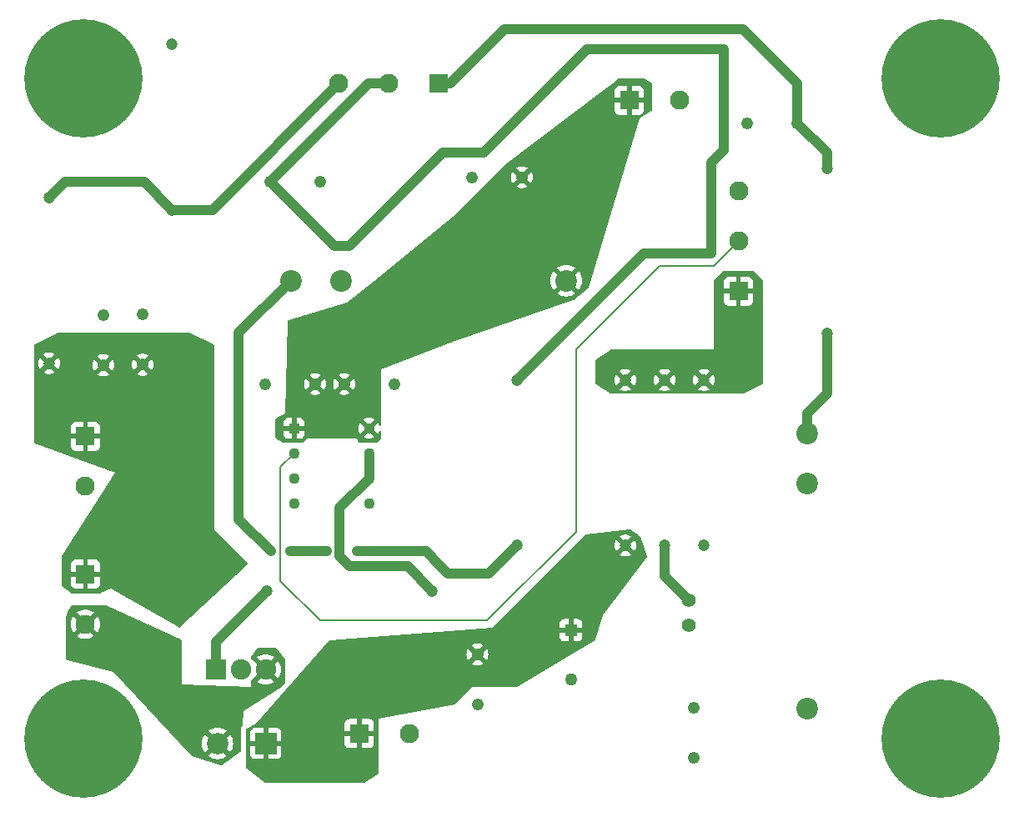
<source format=gbr>
%TF.GenerationSoftware,KiCad,Pcbnew,8.0.2-8.0.2-0~ubuntu22.04.1*%
%TF.CreationDate,2024-05-18T21:09:39+02:00*%
%TF.ProjectId,dc-to-dc-buck-converter,64632d74-6f2d-4646-932d-6275636b2d63,rev?*%
%TF.SameCoordinates,Original*%
%TF.FileFunction,Copper,L1,Top*%
%TF.FilePolarity,Positive*%
%FSLAX46Y46*%
G04 Gerber Fmt 4.6, Leading zero omitted, Abs format (unit mm)*
G04 Created by KiCad (PCBNEW 8.0.2-8.0.2-0~ubuntu22.04.1) date 2024-05-18 21:09:39*
%MOMM*%
%LPD*%
G01*
G04 APERTURE LIST*
%TA.AperFunction,ComponentPad*%
%ADD10C,2.200000*%
%TD*%
%TA.AperFunction,ComponentPad*%
%ADD11R,1.108000X1.108000*%
%TD*%
%TA.AperFunction,ComponentPad*%
%ADD12C,1.108000*%
%TD*%
%TA.AperFunction,ComponentPad*%
%ADD13C,1.210000*%
%TD*%
%TA.AperFunction,ComponentPad*%
%ADD14R,1.950000X1.950000*%
%TD*%
%TA.AperFunction,ComponentPad*%
%ADD15C,1.950000*%
%TD*%
%TA.AperFunction,ComponentPad*%
%ADD16C,1.200000*%
%TD*%
%TA.AperFunction,ComponentPad*%
%ADD17R,2.175000X2.175000*%
%TD*%
%TA.AperFunction,ComponentPad*%
%ADD18C,2.175000*%
%TD*%
%TA.AperFunction,ComponentPad*%
%ADD19R,1.275000X1.275000*%
%TD*%
%TA.AperFunction,ComponentPad*%
%ADD20C,1.275000*%
%TD*%
%TA.AperFunction,ComponentPad*%
%ADD21R,2.070000X2.070000*%
%TD*%
%TA.AperFunction,ComponentPad*%
%ADD22C,2.070000*%
%TD*%
%TA.AperFunction,ComponentPad*%
%ADD23C,0.900000*%
%TD*%
%TA.AperFunction,ComponentPad*%
%ADD24C,12.000000*%
%TD*%
%TA.AperFunction,ComponentPad*%
%ADD25C,1.416000*%
%TD*%
%TA.AperFunction,ViaPad*%
%ADD26C,1.000000*%
%TD*%
%TA.AperFunction,Conductor*%
%ADD27C,1.000000*%
%TD*%
%TA.AperFunction,Conductor*%
%ADD28C,0.200000*%
%TD*%
G04 APERTURE END LIST*
D10*
%TO.P,IC2,1,M*%
%TO.N,Net-(IC2-M)*%
X180000000Y-92560000D03*
%TO.P,IC2,2,NEG*%
%TO.N,GND*%
X180000000Y-97640000D03*
%TO.P,IC2,3,POS*%
%TO.N,Net-(IC1-POS)*%
X180000000Y-120500000D03*
%TD*%
D11*
%TO.P,IC3,1,V+_1*%
%TO.N,Net-(IC1-POS)*%
X127880000Y-92000000D03*
D12*
%TO.P,IC3,2,IN*%
%TO.N,Net-(IC3-IN)*%
X127880000Y-94540000D03*
%TO.P,IC3,3,NC*%
%TO.N,unconnected-(IC3-NC-Pad3)*%
X127880000Y-97080000D03*
%TO.P,IC3,4,GND_1*%
%TO.N,GND*%
X127880000Y-99620000D03*
%TO.P,IC3,5,GND_2*%
X135500000Y-99620000D03*
%TO.P,IC3,6,N_OUT*%
%TO.N,Net-(IC3-N_OUT)*%
X135500000Y-97080000D03*
%TO.P,IC3,7,P_OUT*%
X135500000Y-94540000D03*
%TO.P,IC3,8,V+_2*%
%TO.N,Net-(IC1-POS)*%
X135500000Y-92000000D03*
%TD*%
D13*
%TO.P,C3,1,1*%
%TO.N,Net-(C3-Pad1)*%
X125460000Y-67000000D03*
%TO.P,C3,2,2*%
%TO.N,GND*%
X130540000Y-67000000D03*
%TD*%
D14*
%TO.P,Jmc2,1,1*%
%TO.N,Net-(C6-Pad1)*%
X142580000Y-57000000D03*
D15*
%TO.P,Jmc2,2,2*%
%TO.N,Net-(C3-Pad1)*%
X137500000Y-57000000D03*
%TO.P,Jmc2,3,3*%
%TO.N,Net-(Jmc2-Pad3)*%
X132420000Y-57000000D03*
%TD*%
D16*
%TO.P,R4,1,1*%
%TO.N,Net-(C6-Pad1)*%
X182000000Y-65600000D03*
%TO.P,R4,2,2*%
%TO.N,Net-(IC2-M)*%
X182000000Y-82400000D03*
%TD*%
%TO.P,R5,1,1*%
%TO.N,Net-(IC3-N_OUT)*%
X141900000Y-108500000D03*
%TO.P,R5,2,2*%
%TO.N,Net-(U1-GATE)*%
X125100000Y-108500000D03*
%TD*%
D14*
%TO.P,J3,1,1*%
%TO.N,Net-(IC1-POS)*%
X161920000Y-58700000D03*
D15*
%TO.P,J3,2,2*%
%TO.N,GND*%
X167000000Y-58700000D03*
%TD*%
D14*
%TO.P,Jmc1,1,1*%
%TO.N,Net-(Jmc1-Pad1)*%
X173000000Y-78080000D03*
D15*
%TO.P,Jmc1,2,2*%
%TO.N,Net-(IC3-IN)*%
X173000000Y-73000000D03*
%TO.P,Jmc1,3,3*%
%TO.N,GND*%
X173000000Y-67920000D03*
%TD*%
D16*
%TO.P,R8,1,1*%
%TO.N,GND*%
X169500000Y-103900000D03*
%TO.P,R8,2,2*%
%TO.N,Net-(Jmc1-Pad1)*%
X169500000Y-87100000D03*
%TD*%
%TO.P,R3,1,1*%
%TO.N,Net-(C3-Pad1)*%
X150500000Y-87100000D03*
%TO.P,R3,2,2*%
%TO.N,Net-(IC1-M)*%
X150500000Y-103900000D03*
%TD*%
D17*
%TO.P,D1,1,K*%
%TO.N,Net-(C10-+)*%
X125000000Y-124000000D03*
D18*
%TO.P,D1,2,A*%
%TO.N,Net-(D1-A)*%
X120100000Y-124000000D03*
%TD*%
D14*
%TO.P,J4ind,1,1*%
%TO.N,Net-(C1-Pad2)*%
X106700000Y-106815000D03*
D15*
%TO.P,J4ind,2,2*%
%TO.N,Net-(D1-A)*%
X106700000Y-111895000D03*
%TD*%
D16*
%TO.P,R2,1,1*%
%TO.N,GND*%
X115500000Y-53000000D03*
%TO.P,R2,2,2*%
%TO.N,Net-(Jmc2-Pad3)*%
X115500000Y-69800000D03*
%TD*%
D13*
%TO.P,C4,1,1*%
%TO.N,Net-(IC1-POS)*%
X151000000Y-66500000D03*
%TO.P,C4,2,2*%
%TO.N,GND*%
X145920000Y-66500000D03*
%TD*%
D19*
%TO.P,C10,1,+*%
%TO.N,Net-(C10-+)*%
X156000000Y-112500000D03*
D20*
%TO.P,C10,2,-*%
%TO.N,GND*%
X156000000Y-117500000D03*
%TD*%
D13*
%TO.P,C7,1,1*%
%TO.N,GND*%
X124920000Y-87500000D03*
%TO.P,C7,2,2*%
%TO.N,Net-(IC1-POS)*%
X130000000Y-87500000D03*
%TD*%
D16*
%TO.P,R1,1,1*%
%TO.N,Net-(Jmc2-Pad3)*%
X103000000Y-68600000D03*
%TO.P,R1,2,2*%
%TO.N,Net-(C1-Pad2)*%
X103000000Y-85400000D03*
%TD*%
D21*
%TO.P,U1,1,GATE*%
%TO.N,Net-(U1-GATE)*%
X119920000Y-116500000D03*
D22*
%TO.P,U1,2,SOURCE*%
%TO.N,GND*%
X122460000Y-116500000D03*
%TO.P,U1,3,DRAIN*%
%TO.N,Net-(D1-A)*%
X125000000Y-116500000D03*
%TD*%
D16*
%TO.P,R6,1,1*%
%TO.N,Net-(Jmc1-Pad1)*%
X165500000Y-87100000D03*
%TO.P,R6,2,2*%
%TO.N,Net-(LED1-A)*%
X165500000Y-103900000D03*
%TD*%
D13*
%TO.P,C8,1,1*%
%TO.N,GND*%
X138040000Y-87500000D03*
%TO.P,C8,2,2*%
%TO.N,Net-(IC1-POS)*%
X132960000Y-87500000D03*
%TD*%
%TO.P,C2,1,1*%
%TO.N,GND*%
X112500000Y-80460000D03*
%TO.P,C2,2,2*%
%TO.N,Net-(C1-Pad2)*%
X112500000Y-85540000D03*
%TD*%
%TO.P,C1,1,1*%
%TO.N,GND*%
X108500000Y-80500000D03*
%TO.P,C1,2,2*%
%TO.N,Net-(C1-Pad2)*%
X108500000Y-85580000D03*
%TD*%
D14*
%TO.P,J5,1,1*%
%TO.N,Net-(C10-+)*%
X134500000Y-123000000D03*
D15*
%TO.P,J5,2,2*%
%TO.N,GND*%
X139580000Y-123000000D03*
%TD*%
D13*
%TO.P,C6,1,1*%
%TO.N,Net-(C6-Pad1)*%
X179000000Y-61000000D03*
%TO.P,C6,2,2*%
%TO.N,GND*%
X173920000Y-61000000D03*
%TD*%
D23*
%TO.P,3MH_6mm,1*%
%TO.N,N/C*%
X189000000Y-56500019D03*
X190318019Y-53318038D03*
X190318019Y-59682000D03*
X193500000Y-52000019D03*
D24*
X193500000Y-56500019D03*
D23*
X193500000Y-61000019D03*
X196681981Y-53318038D03*
X196681981Y-59682000D03*
X198000000Y-56500019D03*
%TD*%
D10*
%TO.P,IC1,1,M*%
%TO.N,Net-(IC1-M)*%
X127560000Y-77000000D03*
%TO.P,IC1,2,NEG*%
%TO.N,GND*%
X132640000Y-77000000D03*
%TO.P,IC1,3,POS*%
%TO.N,Net-(IC1-POS)*%
X155500000Y-77000000D03*
%TD*%
D23*
%TO.P,1MH_6mm,1*%
%TO.N,N/C*%
X102000000Y-56500019D03*
X103318019Y-53318038D03*
X103318019Y-59682000D03*
X106500000Y-52000019D03*
D24*
X106500000Y-56500019D03*
D23*
X106500000Y-61000019D03*
X109681981Y-53318038D03*
X109681981Y-59682000D03*
X111000000Y-56500019D03*
%TD*%
%TO.P,4MH_6mm,1*%
%TO.N,N/C*%
X189000000Y-123500019D03*
X190318019Y-120318038D03*
X190318019Y-126682000D03*
X193500000Y-119000019D03*
D24*
X193500000Y-123500019D03*
D23*
X193500000Y-128000019D03*
X196681981Y-120318038D03*
X196681981Y-126682000D03*
X198000000Y-123500019D03*
%TD*%
D16*
%TO.P,R7,1,1*%
%TO.N,Net-(Jmc1-Pad1)*%
X161500000Y-87100000D03*
%TO.P,R7,2,2*%
%TO.N,Net-(C10-+)*%
X161500000Y-103900000D03*
%TD*%
D25*
%TO.P,LED1,1,A*%
%TO.N,Net-(LED1-A)*%
X168000000Y-109500000D03*
%TO.P,LED1,2,K*%
%TO.N,GND*%
X168000000Y-112040000D03*
%TD*%
D14*
%TO.P,J2gen,1,1*%
%TO.N,Net-(C1-Pad2)*%
X106700000Y-92815000D03*
D15*
%TO.P,J2gen,2,2*%
%TO.N,GND*%
X106700000Y-97895000D03*
%TD*%
D13*
%TO.P,C5,1,1*%
%TO.N,Net-(IC1-POS)*%
X168500000Y-125500000D03*
%TO.P,C5,2,2*%
%TO.N,GND*%
X168500000Y-120420000D03*
%TD*%
%TO.P,C9,1,1*%
%TO.N,GND*%
X146500000Y-120040000D03*
%TO.P,C9,2,2*%
%TO.N,Net-(C10-+)*%
X146500000Y-114960000D03*
%TD*%
D23*
%TO.P,2MH_6mm,1*%
%TO.N,N/C*%
X102000000Y-123500019D03*
X103318019Y-120318038D03*
X103318019Y-126682000D03*
X106500000Y-119000019D03*
D24*
X106500000Y-123500019D03*
D23*
X106500000Y-128000019D03*
X109681981Y-120318038D03*
X109681981Y-126682000D03*
X111000000Y-123500019D03*
%TD*%
D26*
%TO.N,Net-(IC1-M)*%
X134250000Y-104500000D03*
X131250000Y-104500000D03*
X127500000Y-104500000D03*
X125500000Y-104500000D03*
%TD*%
D27*
%TO.N,Net-(Jmc2-Pad3)*%
X115500000Y-69800000D02*
X119620000Y-69800000D01*
X119620000Y-69800000D02*
X132420000Y-57000000D01*
X103000000Y-68600000D02*
X104600000Y-67000000D01*
X104600000Y-67000000D02*
X112700000Y-67000000D01*
X112700000Y-67000000D02*
X115500000Y-69800000D01*
%TO.N,Net-(C3-Pad1)*%
X125460000Y-67000000D02*
X135460000Y-57000000D01*
X135460000Y-57000000D02*
X137500000Y-57000000D01*
X150500000Y-87100000D02*
X163350000Y-74250000D01*
X171500000Y-63750000D02*
X171500000Y-53500000D01*
X163350000Y-74250000D02*
X170250000Y-74250000D01*
X170250000Y-74250000D02*
X170250000Y-65000000D01*
X147140136Y-64000000D02*
X143000000Y-64000000D01*
X170250000Y-65000000D02*
X171500000Y-63750000D01*
X171500000Y-53500000D02*
X157640136Y-53500000D01*
X157640136Y-53500000D02*
X147140136Y-64000000D01*
X143000000Y-64000000D02*
X133500000Y-73500000D01*
X133500000Y-73500000D02*
X131960000Y-73500000D01*
X131960000Y-73500000D02*
X125460000Y-67000000D01*
%TO.N,Net-(C6-Pad1)*%
X179000000Y-61000000D02*
X179000000Y-57000000D01*
X179000000Y-57000000D02*
X173500000Y-51500000D01*
X173500000Y-51500000D02*
X149250000Y-51500000D01*
X149250000Y-51500000D02*
X143750000Y-57000000D01*
X143750000Y-57000000D02*
X142580000Y-57000000D01*
X182000000Y-65600000D02*
X182000000Y-64000000D01*
X182000000Y-64000000D02*
X179000000Y-61000000D01*
%TO.N,Net-(IC2-M)*%
X180000000Y-90500000D02*
X182000000Y-88500000D01*
X182000000Y-88500000D02*
X182000000Y-82400000D01*
X180000000Y-92560000D02*
X180000000Y-90500000D01*
%TO.N,Net-(IC1-M)*%
X131250000Y-104500000D02*
X127500000Y-104500000D01*
X122250000Y-101250000D02*
X122250000Y-82310000D01*
X141250000Y-104500000D02*
X134250000Y-104500000D01*
X125500000Y-104500000D02*
X122250000Y-101250000D01*
X122250000Y-82310000D02*
X127560000Y-77000000D01*
X142750000Y-106000000D02*
X141250000Y-104500000D01*
X150500000Y-103900000D02*
X147650000Y-106750000D01*
X147650000Y-106750000D02*
X143500000Y-106750000D01*
X143500000Y-106750000D02*
X142750000Y-106000000D01*
%TO.N,Net-(IC3-N_OUT)*%
X135500000Y-97080000D02*
X135500000Y-94540000D01*
X141900000Y-108500000D02*
X139400000Y-106000000D01*
X139400000Y-106000000D02*
X133500000Y-106000000D01*
X133500000Y-106000000D02*
X132500000Y-105000000D01*
X132500000Y-105000000D02*
X132500000Y-100080000D01*
X132500000Y-100080000D02*
X135500000Y-97080000D01*
%TO.N,Net-(U1-GATE)*%
X119920000Y-116500000D02*
X119920000Y-113680000D01*
X119920000Y-113680000D02*
X125100000Y-108500000D01*
%TO.N,Net-(LED1-A)*%
X165500000Y-103900000D02*
X165500000Y-107000000D01*
X165500000Y-107000000D02*
X168000000Y-109500000D01*
D28*
%TO.N,Net-(IC3-IN)*%
X127880000Y-94540000D02*
X126500000Y-95920000D01*
X156500000Y-84000000D02*
X165000000Y-75500000D01*
X126500000Y-95920000D02*
X126500000Y-107500000D01*
X126500000Y-107500000D02*
X130500000Y-111500000D01*
X130500000Y-111500000D02*
X147500000Y-111500000D01*
X147500000Y-111500000D02*
X156500000Y-102500000D01*
X156500000Y-102500000D02*
X156500000Y-84000000D01*
X165000000Y-75500000D02*
X170500000Y-75500000D01*
X170500000Y-75500000D02*
X173000000Y-73000000D01*
%TD*%
%TA.AperFunction,Conductor*%
%TO.N,Net-(Jmc1-Pad1)*%
G36*
X174515677Y-76019685D02*
G01*
X174536319Y-76036319D01*
X175463681Y-76963681D01*
X175497166Y-77025004D01*
X175500000Y-77051362D01*
X175500000Y-87423364D01*
X175480315Y-87490403D01*
X175431454Y-87534273D01*
X173526182Y-88486909D01*
X173470728Y-88500000D01*
X160037544Y-88500000D01*
X159970505Y-88480315D01*
X159968761Y-88479174D01*
X158555217Y-87536811D01*
X158510356Y-87483246D01*
X158500000Y-87433637D01*
X158500000Y-87099999D01*
X160395287Y-87099999D01*
X160395287Y-87100000D01*
X160414096Y-87302989D01*
X160414097Y-87302992D01*
X160469883Y-87499063D01*
X160469886Y-87499069D01*
X160560751Y-87681551D01*
X160562533Y-87683911D01*
X161100000Y-87146445D01*
X161100000Y-87152661D01*
X161127259Y-87254394D01*
X161179920Y-87345606D01*
X161254394Y-87420080D01*
X161345606Y-87472741D01*
X161447339Y-87500000D01*
X161453553Y-87500000D01*
X160919311Y-88034240D01*
X161007585Y-88088897D01*
X161197678Y-88162539D01*
X161398072Y-88200000D01*
X161601928Y-88200000D01*
X161802322Y-88162539D01*
X161992412Y-88088899D01*
X161992416Y-88088897D01*
X162080686Y-88034241D01*
X162080686Y-88034240D01*
X161546448Y-87500000D01*
X161552661Y-87500000D01*
X161654394Y-87472741D01*
X161745606Y-87420080D01*
X161820080Y-87345606D01*
X161872741Y-87254394D01*
X161900000Y-87152661D01*
X161900000Y-87146447D01*
X162437465Y-87683912D01*
X162439247Y-87681553D01*
X162439248Y-87681551D01*
X162530113Y-87499069D01*
X162530116Y-87499063D01*
X162585902Y-87302992D01*
X162585903Y-87302989D01*
X162604713Y-87100000D01*
X162604713Y-87099999D01*
X164395287Y-87099999D01*
X164395287Y-87100000D01*
X164414096Y-87302989D01*
X164414097Y-87302992D01*
X164469883Y-87499063D01*
X164469886Y-87499069D01*
X164560751Y-87681551D01*
X164562533Y-87683911D01*
X165100000Y-87146445D01*
X165100000Y-87152661D01*
X165127259Y-87254394D01*
X165179920Y-87345606D01*
X165254394Y-87420080D01*
X165345606Y-87472741D01*
X165447339Y-87500000D01*
X165453553Y-87500000D01*
X164919311Y-88034240D01*
X165007585Y-88088897D01*
X165197678Y-88162539D01*
X165398072Y-88200000D01*
X165601928Y-88200000D01*
X165802322Y-88162539D01*
X165992412Y-88088899D01*
X165992416Y-88088897D01*
X166080686Y-88034241D01*
X166080686Y-88034240D01*
X165546448Y-87500000D01*
X165552661Y-87500000D01*
X165654394Y-87472741D01*
X165745606Y-87420080D01*
X165820080Y-87345606D01*
X165872741Y-87254394D01*
X165900000Y-87152661D01*
X165900000Y-87146447D01*
X166437465Y-87683912D01*
X166439247Y-87681553D01*
X166439248Y-87681551D01*
X166530113Y-87499069D01*
X166530116Y-87499063D01*
X166585902Y-87302992D01*
X166585903Y-87302989D01*
X166604713Y-87100000D01*
X166604713Y-87099999D01*
X168395287Y-87099999D01*
X168395287Y-87100000D01*
X168414096Y-87302989D01*
X168414097Y-87302992D01*
X168469883Y-87499063D01*
X168469886Y-87499069D01*
X168560751Y-87681551D01*
X168562533Y-87683911D01*
X169100000Y-87146445D01*
X169100000Y-87152661D01*
X169127259Y-87254394D01*
X169179920Y-87345606D01*
X169254394Y-87420080D01*
X169345606Y-87472741D01*
X169447339Y-87500000D01*
X169453553Y-87500000D01*
X168919311Y-88034240D01*
X169007585Y-88088897D01*
X169197678Y-88162539D01*
X169398072Y-88200000D01*
X169601928Y-88200000D01*
X169802322Y-88162539D01*
X169992412Y-88088899D01*
X169992416Y-88088897D01*
X170080686Y-88034241D01*
X170080686Y-88034240D01*
X169546448Y-87500000D01*
X169552661Y-87500000D01*
X169654394Y-87472741D01*
X169745606Y-87420080D01*
X169820080Y-87345606D01*
X169872741Y-87254394D01*
X169900000Y-87152661D01*
X169900000Y-87146447D01*
X170437465Y-87683912D01*
X170439247Y-87681553D01*
X170439248Y-87681551D01*
X170530113Y-87499069D01*
X170530116Y-87499063D01*
X170585902Y-87302992D01*
X170585903Y-87302989D01*
X170604713Y-87100000D01*
X170604713Y-87099999D01*
X170585903Y-86897010D01*
X170585902Y-86897007D01*
X170530116Y-86700936D01*
X170530113Y-86700930D01*
X170439249Y-86518449D01*
X170439247Y-86518447D01*
X170437465Y-86516087D01*
X169900000Y-87053552D01*
X169900000Y-87047339D01*
X169872741Y-86945606D01*
X169820080Y-86854394D01*
X169745606Y-86779920D01*
X169654394Y-86727259D01*
X169552661Y-86700000D01*
X169546447Y-86700000D01*
X170080687Y-86165758D01*
X169992413Y-86111101D01*
X169992411Y-86111100D01*
X169802321Y-86037460D01*
X169601928Y-86000000D01*
X169398072Y-86000000D01*
X169197678Y-86037460D01*
X169007588Y-86111100D01*
X169007581Y-86111104D01*
X168919312Y-86165757D01*
X168919311Y-86165758D01*
X169453554Y-86700000D01*
X169447339Y-86700000D01*
X169345606Y-86727259D01*
X169254394Y-86779920D01*
X169179920Y-86854394D01*
X169127259Y-86945606D01*
X169100000Y-87047339D01*
X169100000Y-87053554D01*
X168562533Y-86516087D01*
X168560755Y-86518442D01*
X168560754Y-86518443D01*
X168469886Y-86700930D01*
X168469883Y-86700936D01*
X168414097Y-86897007D01*
X168414096Y-86897010D01*
X168395287Y-87099999D01*
X166604713Y-87099999D01*
X166585903Y-86897010D01*
X166585902Y-86897007D01*
X166530116Y-86700936D01*
X166530113Y-86700930D01*
X166439249Y-86518449D01*
X166439247Y-86518447D01*
X166437465Y-86516087D01*
X165900000Y-87053552D01*
X165900000Y-87047339D01*
X165872741Y-86945606D01*
X165820080Y-86854394D01*
X165745606Y-86779920D01*
X165654394Y-86727259D01*
X165552661Y-86700000D01*
X165546447Y-86700000D01*
X166080687Y-86165758D01*
X165992413Y-86111101D01*
X165992411Y-86111100D01*
X165802321Y-86037460D01*
X165601928Y-86000000D01*
X165398072Y-86000000D01*
X165197678Y-86037460D01*
X165007588Y-86111100D01*
X165007581Y-86111104D01*
X164919312Y-86165757D01*
X164919311Y-86165758D01*
X165453554Y-86700000D01*
X165447339Y-86700000D01*
X165345606Y-86727259D01*
X165254394Y-86779920D01*
X165179920Y-86854394D01*
X165127259Y-86945606D01*
X165100000Y-87047339D01*
X165100000Y-87053553D01*
X164562533Y-86516087D01*
X164560755Y-86518442D01*
X164560754Y-86518443D01*
X164469886Y-86700930D01*
X164469883Y-86700936D01*
X164414097Y-86897007D01*
X164414096Y-86897010D01*
X164395287Y-87099999D01*
X162604713Y-87099999D01*
X162585903Y-86897010D01*
X162585902Y-86897007D01*
X162530116Y-86700936D01*
X162530113Y-86700930D01*
X162439249Y-86518449D01*
X162439247Y-86518447D01*
X162437465Y-86516087D01*
X161900000Y-87053552D01*
X161900000Y-87047339D01*
X161872741Y-86945606D01*
X161820080Y-86854394D01*
X161745606Y-86779920D01*
X161654394Y-86727259D01*
X161552661Y-86700000D01*
X161546447Y-86700000D01*
X162080687Y-86165758D01*
X161992413Y-86111101D01*
X161992411Y-86111100D01*
X161802321Y-86037460D01*
X161601928Y-86000000D01*
X161398072Y-86000000D01*
X161197678Y-86037460D01*
X161007588Y-86111100D01*
X161007581Y-86111104D01*
X160919312Y-86165757D01*
X160919311Y-86165758D01*
X161453554Y-86700000D01*
X161447339Y-86700000D01*
X161345606Y-86727259D01*
X161254394Y-86779920D01*
X161179920Y-86854394D01*
X161127259Y-86945606D01*
X161100000Y-87047339D01*
X161100000Y-87053554D01*
X160562533Y-86516087D01*
X160560755Y-86518442D01*
X160560754Y-86518443D01*
X160469886Y-86700930D01*
X160469883Y-86700936D01*
X160414097Y-86897007D01*
X160414096Y-86897010D01*
X160395287Y-87099999D01*
X158500000Y-87099999D01*
X158500000Y-85066362D01*
X158519685Y-84999323D01*
X158555215Y-84963189D01*
X159968761Y-84020826D01*
X160035460Y-84000018D01*
X160037544Y-84000000D01*
X170500000Y-84000000D01*
X170500000Y-77057155D01*
X171525000Y-77057155D01*
X171525000Y-77830000D01*
X172399999Y-77830000D01*
X172374979Y-77890402D01*
X172350000Y-78015981D01*
X172350000Y-78144019D01*
X172374979Y-78269598D01*
X172399999Y-78330000D01*
X171525000Y-78330000D01*
X171525000Y-79102844D01*
X171531401Y-79162372D01*
X171531403Y-79162379D01*
X171581645Y-79297086D01*
X171581649Y-79297093D01*
X171667809Y-79412187D01*
X171667812Y-79412190D01*
X171782906Y-79498350D01*
X171782913Y-79498354D01*
X171917620Y-79548596D01*
X171917627Y-79548598D01*
X171977155Y-79554999D01*
X171977172Y-79555000D01*
X172750000Y-79555000D01*
X172750000Y-78680001D01*
X172810402Y-78705021D01*
X172935981Y-78730000D01*
X173064019Y-78730000D01*
X173189598Y-78705021D01*
X173250000Y-78680001D01*
X173250000Y-79555000D01*
X174022828Y-79555000D01*
X174022844Y-79554999D01*
X174082372Y-79548598D01*
X174082379Y-79548596D01*
X174217086Y-79498354D01*
X174217093Y-79498350D01*
X174332187Y-79412190D01*
X174332190Y-79412187D01*
X174418350Y-79297093D01*
X174418354Y-79297086D01*
X174468596Y-79162379D01*
X174468598Y-79162372D01*
X174474999Y-79102844D01*
X174475000Y-79102827D01*
X174475000Y-78330000D01*
X173600001Y-78330000D01*
X173625021Y-78269598D01*
X173650000Y-78144019D01*
X173650000Y-78015981D01*
X173625021Y-77890402D01*
X173600001Y-77830000D01*
X174475000Y-77830000D01*
X174475000Y-77057172D01*
X174474999Y-77057155D01*
X174468598Y-76997627D01*
X174468596Y-76997620D01*
X174418354Y-76862913D01*
X174418350Y-76862906D01*
X174332190Y-76747812D01*
X174332187Y-76747809D01*
X174217093Y-76661649D01*
X174217086Y-76661645D01*
X174082379Y-76611403D01*
X174082372Y-76611401D01*
X174022844Y-76605000D01*
X173250000Y-76605000D01*
X173250000Y-77479998D01*
X173189598Y-77454979D01*
X173064019Y-77430000D01*
X172935981Y-77430000D01*
X172810402Y-77454979D01*
X172750000Y-77479998D01*
X172750000Y-76605000D01*
X171977155Y-76605000D01*
X171917627Y-76611401D01*
X171917620Y-76611403D01*
X171782913Y-76661645D01*
X171782906Y-76661649D01*
X171667812Y-76747809D01*
X171667809Y-76747812D01*
X171581649Y-76862906D01*
X171581645Y-76862913D01*
X171531403Y-76997620D01*
X171531401Y-76997627D01*
X171525000Y-77057155D01*
X170500000Y-77057155D01*
X170500000Y-77051362D01*
X170519685Y-76984323D01*
X170536319Y-76963681D01*
X171463681Y-76036319D01*
X171525004Y-76002834D01*
X171551362Y-76000000D01*
X174448638Y-76000000D01*
X174515677Y-76019685D01*
G37*
%TD.AperFunction*%
%TD*%
%TA.AperFunction,Conductor*%
%TO.N,Net-(D1-A)*%
G36*
X108774335Y-110010990D02*
G01*
X116427039Y-113467050D01*
X116480033Y-113512581D01*
X116499999Y-113579537D01*
X116500000Y-113580058D01*
X116500000Y-118000000D01*
X123499999Y-118250000D01*
X123500000Y-118250000D01*
X123500000Y-117688237D01*
X123519685Y-117621198D01*
X123543473Y-117593943D01*
X123549113Y-117589126D01*
X123549113Y-117589125D01*
X123549120Y-117589120D01*
X123673460Y-117443535D01*
X123731964Y-117405344D01*
X123741980Y-117404465D01*
X124368343Y-116778103D01*
X124388530Y-116826838D01*
X124464042Y-116939850D01*
X124560150Y-117035958D01*
X124673162Y-117111470D01*
X124721895Y-117131656D01*
X124102964Y-117750586D01*
X124102964Y-117750587D01*
X124300969Y-117871925D01*
X124300972Y-117871927D01*
X124524191Y-117964386D01*
X124759127Y-118020789D01*
X125000000Y-118039746D01*
X125240872Y-118020789D01*
X125475808Y-117964386D01*
X125475809Y-117964386D01*
X125699025Y-117871927D01*
X125897034Y-117750586D01*
X125278103Y-117131656D01*
X125326838Y-117111470D01*
X125439850Y-117035958D01*
X125535958Y-116939850D01*
X125611470Y-116826838D01*
X125631656Y-116778104D01*
X126250586Y-117397034D01*
X126371927Y-117199025D01*
X126464386Y-116975809D01*
X126464386Y-116975808D01*
X126520789Y-116740872D01*
X126539746Y-116500000D01*
X126520789Y-116259127D01*
X126464386Y-116024191D01*
X126464386Y-116024190D01*
X126371927Y-115800972D01*
X126371925Y-115800969D01*
X126250586Y-115602964D01*
X125631656Y-116221895D01*
X125611470Y-116173162D01*
X125535958Y-116060150D01*
X125439850Y-115964042D01*
X125326838Y-115888530D01*
X125278103Y-115868343D01*
X125897034Y-115249412D01*
X125699030Y-115128074D01*
X125699027Y-115128072D01*
X125475808Y-115035613D01*
X125240872Y-114979210D01*
X125000000Y-114960253D01*
X124759127Y-114979210D01*
X124524191Y-115035613D01*
X124524190Y-115035613D01*
X124300972Y-115128072D01*
X124300969Y-115128074D01*
X124102964Y-115249412D01*
X124721896Y-115868343D01*
X124673162Y-115888530D01*
X124560150Y-115964042D01*
X124464042Y-116060150D01*
X124388530Y-116173162D01*
X124368343Y-116221896D01*
X123738010Y-115591563D01*
X123713430Y-115587399D01*
X123673458Y-115556461D01*
X123615183Y-115488230D01*
X123549120Y-115410880D01*
X123543466Y-115406051D01*
X123505275Y-115347543D01*
X123500000Y-115311762D01*
X123500000Y-115291333D01*
X123519685Y-115224294D01*
X123524800Y-115216933D01*
X124212800Y-114299600D01*
X124268771Y-114257779D01*
X124312000Y-114250000D01*
X125940402Y-114250000D01*
X126007441Y-114269685D01*
X126037230Y-114296538D01*
X126972828Y-115466035D01*
X126999336Y-115530681D01*
X127000000Y-115543497D01*
X127000000Y-117789080D01*
X126980315Y-117856119D01*
X126968980Y-117871121D01*
X126673962Y-118205474D01*
X126648345Y-118227540D01*
X122750000Y-120749999D01*
X122683743Y-122091686D01*
X122660776Y-122157673D01*
X122654319Y-122165943D01*
X122594437Y-122236293D01*
X122594429Y-122236305D01*
X122590687Y-122244498D01*
X122590688Y-122244499D01*
X122534664Y-122367170D01*
X122514976Y-122434218D01*
X122494500Y-122576637D01*
X122494500Y-124775079D01*
X122474815Y-124842118D01*
X122442106Y-124876315D01*
X120551256Y-126213745D01*
X120485156Y-126236387D01*
X120440438Y-126230146D01*
X117529658Y-125259886D01*
X117478573Y-125227234D01*
X117076470Y-124800000D01*
X116323529Y-124000000D01*
X118507591Y-124000000D01*
X118527195Y-124249104D01*
X118585528Y-124492081D01*
X118681152Y-124722939D01*
X118811234Y-124935212D01*
X119441555Y-124304891D01*
X119457513Y-124343416D01*
X119536856Y-124462161D01*
X119637839Y-124563144D01*
X119756584Y-124642487D01*
X119795107Y-124658444D01*
X119164786Y-125288764D01*
X119377060Y-125418847D01*
X119607918Y-125514471D01*
X119850895Y-125572804D01*
X119850894Y-125572804D01*
X120100000Y-125592408D01*
X120349104Y-125572804D01*
X120592081Y-125514471D01*
X120822939Y-125418847D01*
X121035212Y-125288765D01*
X121035212Y-125288764D01*
X120404891Y-124658444D01*
X120443416Y-124642487D01*
X120562161Y-124563144D01*
X120663144Y-124462161D01*
X120742487Y-124343416D01*
X120758444Y-124304892D01*
X121388764Y-124935212D01*
X121388765Y-124935212D01*
X121518847Y-124722939D01*
X121614471Y-124492081D01*
X121672804Y-124249104D01*
X121692408Y-124000000D01*
X121672804Y-123750895D01*
X121614471Y-123507918D01*
X121518847Y-123277060D01*
X121388764Y-123064786D01*
X120758443Y-123695107D01*
X120742487Y-123656584D01*
X120663144Y-123537839D01*
X120562161Y-123436856D01*
X120443416Y-123357513D01*
X120404891Y-123341555D01*
X121035212Y-122711234D01*
X120822939Y-122581152D01*
X120592081Y-122485528D01*
X120349104Y-122427195D01*
X120349105Y-122427195D01*
X120100000Y-122407591D01*
X119850895Y-122427195D01*
X119607918Y-122485528D01*
X119377060Y-122581152D01*
X119164786Y-122711234D01*
X119795108Y-123341555D01*
X119756584Y-123357513D01*
X119637839Y-123436856D01*
X119536856Y-123537839D01*
X119457513Y-123656584D01*
X119441555Y-123695107D01*
X118811234Y-123064786D01*
X118681152Y-123277060D01*
X118585528Y-123507918D01*
X118527195Y-123750895D01*
X118507591Y-124000000D01*
X116323529Y-124000000D01*
X109500000Y-116750000D01*
X109499998Y-116749999D01*
X104842443Y-115524327D01*
X104782620Y-115488230D01*
X104751810Y-115425520D01*
X104750000Y-115404410D01*
X104750000Y-111894994D01*
X105219945Y-111894994D01*
X105219945Y-111895005D01*
X105240130Y-112138605D01*
X105300138Y-112375573D01*
X105398330Y-112599429D01*
X105494626Y-112746819D01*
X106098958Y-112142487D01*
X106123978Y-112202890D01*
X106195112Y-112309351D01*
X106285649Y-112399888D01*
X106392110Y-112471022D01*
X106452511Y-112496041D01*
X105847758Y-113100794D01*
X105847758Y-113100796D01*
X105890478Y-113134046D01*
X105890484Y-113134050D01*
X106105468Y-113250394D01*
X106105476Y-113250397D01*
X106336664Y-113329765D01*
X106577779Y-113370000D01*
X106822221Y-113370000D01*
X107063335Y-113329765D01*
X107294523Y-113250397D01*
X107294531Y-113250394D01*
X107509514Y-113134051D01*
X107509514Y-113134050D01*
X107552240Y-113100795D01*
X107552240Y-113100794D01*
X106947488Y-112496041D01*
X107007890Y-112471022D01*
X107114351Y-112399888D01*
X107204888Y-112309351D01*
X107276022Y-112202890D01*
X107301041Y-112142488D01*
X107905372Y-112746819D01*
X108001667Y-112599431D01*
X108001672Y-112599423D01*
X108099861Y-112375573D01*
X108159869Y-112138605D01*
X108180055Y-111895005D01*
X108180055Y-111894994D01*
X108159869Y-111651394D01*
X108099861Y-111414426D01*
X108001669Y-111190570D01*
X107905372Y-111043179D01*
X107301041Y-111647510D01*
X107276022Y-111587110D01*
X107204888Y-111480649D01*
X107114351Y-111390112D01*
X107007890Y-111318978D01*
X106947487Y-111293958D01*
X107552240Y-110689204D01*
X107552240Y-110689203D01*
X107509514Y-110655949D01*
X107294531Y-110539605D01*
X107294523Y-110539602D01*
X107063335Y-110460234D01*
X106822221Y-110420000D01*
X106577779Y-110420000D01*
X106336664Y-110460234D01*
X106105476Y-110539602D01*
X106105468Y-110539605D01*
X105890481Y-110655951D01*
X105847758Y-110689202D01*
X105847757Y-110689204D01*
X106452511Y-111293958D01*
X106392110Y-111318978D01*
X106285649Y-111390112D01*
X106195112Y-111480649D01*
X106123978Y-111587110D01*
X106098958Y-111647511D01*
X105494626Y-111043179D01*
X105398328Y-111190575D01*
X105300138Y-111414426D01*
X105240130Y-111651394D01*
X105219945Y-111894994D01*
X104750000Y-111894994D01*
X104750000Y-111029272D01*
X104763091Y-110973818D01*
X104922026Y-110655949D01*
X105215727Y-110068546D01*
X105263314Y-110017387D01*
X105326636Y-110000000D01*
X108723298Y-110000000D01*
X108774335Y-110010990D01*
G37*
%TD.AperFunction*%
%TD*%
%TA.AperFunction,Conductor*%
%TO.N,Net-(C10-+)*%
G36*
X162019996Y-102267584D02*
G01*
X162039286Y-102279465D01*
X162971016Y-102978262D01*
X163012721Y-103033923D01*
X163726150Y-104936400D01*
X163731258Y-105006082D01*
X163709245Y-105054339D01*
X159250000Y-110999999D01*
X158513797Y-113454007D01*
X158475679Y-113512563D01*
X158458824Y-113524705D01*
X156000385Y-114999769D01*
X155999670Y-115000195D01*
X150529184Y-118232755D01*
X150466102Y-118250000D01*
X145999999Y-118250000D01*
X144276846Y-119973153D01*
X144215523Y-120006638D01*
X144212728Y-120007213D01*
X136500000Y-121500000D01*
X136500000Y-126933637D01*
X136480315Y-127000676D01*
X136444783Y-127036811D01*
X135031239Y-127979174D01*
X134964540Y-127999982D01*
X134962456Y-128000000D01*
X125041333Y-128000000D01*
X124974294Y-127980315D01*
X124966933Y-127975200D01*
X123049600Y-126537200D01*
X123007779Y-126481229D01*
X123000000Y-126438000D01*
X123000000Y-122864655D01*
X123412500Y-122864655D01*
X123412500Y-123750000D01*
X124318819Y-123750000D01*
X124302861Y-123788525D01*
X124275000Y-123928594D01*
X124275000Y-124071406D01*
X124302861Y-124211475D01*
X124318819Y-124250000D01*
X123412500Y-124250000D01*
X123412500Y-125135344D01*
X123418901Y-125194872D01*
X123418903Y-125194879D01*
X123469145Y-125329586D01*
X123469149Y-125329593D01*
X123555309Y-125444687D01*
X123555312Y-125444690D01*
X123670406Y-125530850D01*
X123670413Y-125530854D01*
X123805120Y-125581096D01*
X123805127Y-125581098D01*
X123864655Y-125587499D01*
X123864672Y-125587500D01*
X124750000Y-125587500D01*
X124750000Y-124681181D01*
X124788525Y-124697139D01*
X124928594Y-124725000D01*
X125071406Y-124725000D01*
X125211475Y-124697139D01*
X125250000Y-124681181D01*
X125250000Y-125587500D01*
X126135328Y-125587500D01*
X126135344Y-125587499D01*
X126194872Y-125581098D01*
X126194879Y-125581096D01*
X126329586Y-125530854D01*
X126329593Y-125530850D01*
X126444687Y-125444690D01*
X126444690Y-125444687D01*
X126530850Y-125329593D01*
X126530854Y-125329586D01*
X126581096Y-125194879D01*
X126581098Y-125194872D01*
X126587499Y-125135344D01*
X126587500Y-125135327D01*
X126587500Y-124250000D01*
X125681181Y-124250000D01*
X125697139Y-124211475D01*
X125725000Y-124071406D01*
X125725000Y-123928594D01*
X125697139Y-123788525D01*
X125681181Y-123750000D01*
X126587500Y-123750000D01*
X126587500Y-122864672D01*
X126587499Y-122864655D01*
X126581098Y-122805127D01*
X126581096Y-122805120D01*
X126530854Y-122670413D01*
X126530850Y-122670406D01*
X126444690Y-122555312D01*
X126444687Y-122555309D01*
X126329593Y-122469149D01*
X126329586Y-122469145D01*
X126194879Y-122418903D01*
X126194872Y-122418901D01*
X126135344Y-122412500D01*
X125250000Y-122412500D01*
X125250000Y-123318818D01*
X125211475Y-123302861D01*
X125071406Y-123275000D01*
X124928594Y-123275000D01*
X124788525Y-123302861D01*
X124750000Y-123318818D01*
X124750000Y-122412500D01*
X123864655Y-122412500D01*
X123805127Y-122418901D01*
X123805120Y-122418903D01*
X123670413Y-122469145D01*
X123670406Y-122469149D01*
X123555312Y-122555309D01*
X123555309Y-122555312D01*
X123469149Y-122670406D01*
X123469145Y-122670413D01*
X123418903Y-122805120D01*
X123418901Y-122805127D01*
X123412500Y-122864655D01*
X123000000Y-122864655D01*
X123000000Y-122576636D01*
X123019685Y-122509597D01*
X123068546Y-122465727D01*
X123999996Y-122000002D01*
X124000000Y-122000000D01*
X124020157Y-121977155D01*
X133025000Y-121977155D01*
X133025000Y-122750000D01*
X133899999Y-122750000D01*
X133874979Y-122810402D01*
X133850000Y-122935981D01*
X133850000Y-123064019D01*
X133874979Y-123189598D01*
X133899999Y-123250000D01*
X133025000Y-123250000D01*
X133025000Y-124022844D01*
X133031401Y-124082372D01*
X133031403Y-124082379D01*
X133081645Y-124217086D01*
X133081649Y-124217093D01*
X133167809Y-124332187D01*
X133167812Y-124332190D01*
X133282906Y-124418350D01*
X133282913Y-124418354D01*
X133417620Y-124468596D01*
X133417627Y-124468598D01*
X133477155Y-124474999D01*
X133477172Y-124475000D01*
X134250000Y-124475000D01*
X134250000Y-123600001D01*
X134310402Y-123625021D01*
X134435981Y-123650000D01*
X134564019Y-123650000D01*
X134689598Y-123625021D01*
X134750000Y-123600001D01*
X134750000Y-124475000D01*
X135522828Y-124475000D01*
X135522844Y-124474999D01*
X135582372Y-124468598D01*
X135582379Y-124468596D01*
X135717086Y-124418354D01*
X135717093Y-124418350D01*
X135832187Y-124332190D01*
X135832190Y-124332187D01*
X135918350Y-124217093D01*
X135918354Y-124217086D01*
X135968596Y-124082379D01*
X135968598Y-124082372D01*
X135974999Y-124022844D01*
X135975000Y-124022827D01*
X135975000Y-123250000D01*
X135100001Y-123250000D01*
X135125021Y-123189598D01*
X135150000Y-123064019D01*
X135150000Y-122935981D01*
X135125021Y-122810402D01*
X135100001Y-122750000D01*
X135975000Y-122750000D01*
X135975000Y-121977172D01*
X135974999Y-121977155D01*
X135968598Y-121917627D01*
X135968596Y-121917620D01*
X135918354Y-121782913D01*
X135918350Y-121782906D01*
X135832190Y-121667812D01*
X135832187Y-121667809D01*
X135717093Y-121581649D01*
X135717086Y-121581645D01*
X135582379Y-121531403D01*
X135582372Y-121531401D01*
X135522844Y-121525000D01*
X134750000Y-121525000D01*
X134750000Y-122399998D01*
X134689598Y-122374979D01*
X134564019Y-122350000D01*
X134435981Y-122350000D01*
X134310402Y-122374979D01*
X134250000Y-122399998D01*
X134250000Y-121525000D01*
X133477155Y-121525000D01*
X133417627Y-121531401D01*
X133417620Y-121531403D01*
X133282913Y-121581645D01*
X133282906Y-121581649D01*
X133167812Y-121667809D01*
X133167809Y-121667812D01*
X133081649Y-121782906D01*
X133081645Y-121782913D01*
X133031403Y-121917620D01*
X133031401Y-121917627D01*
X133025000Y-121977155D01*
X124020157Y-121977155D01*
X130211764Y-114959999D01*
X145390266Y-114959999D01*
X145390266Y-114960000D01*
X145409160Y-115163912D01*
X145465203Y-115360879D01*
X145465210Y-115360897D01*
X145556482Y-115544196D01*
X145558963Y-115547481D01*
X145558965Y-115547482D01*
X146145000Y-114961447D01*
X146145000Y-115006737D01*
X146169193Y-115097025D01*
X146215930Y-115177975D01*
X146282025Y-115244070D01*
X146362975Y-115290807D01*
X146453263Y-115315000D01*
X146498553Y-115315000D01*
X145915679Y-115897871D01*
X146005347Y-115953392D01*
X146005349Y-115953393D01*
X146196299Y-116027367D01*
X146196309Y-116027370D01*
X146397610Y-116065000D01*
X146602390Y-116065000D01*
X146803690Y-116027370D01*
X146803700Y-116027367D01*
X146994650Y-115953393D01*
X146994654Y-115953391D01*
X147084318Y-115897872D01*
X147084318Y-115897871D01*
X146501448Y-115315000D01*
X146546737Y-115315000D01*
X146637025Y-115290807D01*
X146717975Y-115244070D01*
X146784070Y-115177975D01*
X146830807Y-115097025D01*
X146855000Y-115006737D01*
X146855000Y-114961448D01*
X147441034Y-115547482D01*
X147441035Y-115547481D01*
X147443516Y-115544199D01*
X147534789Y-115360897D01*
X147534796Y-115360879D01*
X147590839Y-115163912D01*
X147609734Y-114960000D01*
X147609734Y-114959999D01*
X147590839Y-114756087D01*
X147534796Y-114559120D01*
X147534789Y-114559102D01*
X147443517Y-114375803D01*
X147441034Y-114372517D01*
X146855000Y-114958551D01*
X146855000Y-114913263D01*
X146830807Y-114822975D01*
X146784070Y-114742025D01*
X146717975Y-114675930D01*
X146637025Y-114629193D01*
X146546737Y-114605000D01*
X146501448Y-114605000D01*
X147084319Y-114022127D01*
X146994648Y-113966606D01*
X146803691Y-113892629D01*
X146602390Y-113855000D01*
X146397610Y-113855000D01*
X146196309Y-113892629D01*
X146196308Y-113892629D01*
X146005351Y-113966606D01*
X146005345Y-113966609D01*
X145915680Y-114022126D01*
X145915679Y-114022127D01*
X146498553Y-114605000D01*
X146453263Y-114605000D01*
X146362975Y-114629193D01*
X146282025Y-114675930D01*
X146215930Y-114742025D01*
X146169193Y-114822975D01*
X146145000Y-114913263D01*
X146145000Y-114958552D01*
X145558964Y-114372516D01*
X145556482Y-114375803D01*
X145465210Y-114559102D01*
X145465203Y-114559120D01*
X145409160Y-114756087D01*
X145390266Y-114959999D01*
X130211764Y-114959999D01*
X131466650Y-113537795D01*
X131525764Y-113500552D01*
X131550259Y-113496192D01*
X148000000Y-112250000D01*
X148435345Y-111814655D01*
X154862500Y-111814655D01*
X154862500Y-112250000D01*
X155653590Y-112250000D01*
X155603963Y-112335956D01*
X155575000Y-112444048D01*
X155575000Y-112555952D01*
X155603963Y-112664044D01*
X155653590Y-112750000D01*
X154862500Y-112750000D01*
X154862500Y-113185344D01*
X154868901Y-113244872D01*
X154868903Y-113244879D01*
X154919145Y-113379586D01*
X154919149Y-113379593D01*
X155005309Y-113494687D01*
X155005312Y-113494690D01*
X155120406Y-113580850D01*
X155120413Y-113580854D01*
X155255120Y-113631096D01*
X155255127Y-113631098D01*
X155314655Y-113637499D01*
X155314672Y-113637500D01*
X155750000Y-113637500D01*
X155750000Y-112846409D01*
X155835956Y-112896037D01*
X155944048Y-112925000D01*
X156055952Y-112925000D01*
X156164044Y-112896037D01*
X156250000Y-112846409D01*
X156250000Y-113637500D01*
X156685328Y-113637500D01*
X156685344Y-113637499D01*
X156744872Y-113631098D01*
X156744879Y-113631096D01*
X156879586Y-113580854D01*
X156879593Y-113580850D01*
X156994687Y-113494690D01*
X156994690Y-113494687D01*
X157080850Y-113379593D01*
X157080854Y-113379586D01*
X157131096Y-113244879D01*
X157131098Y-113244872D01*
X157137499Y-113185344D01*
X157137500Y-113185327D01*
X157137500Y-112750000D01*
X156346410Y-112750000D01*
X156396037Y-112664044D01*
X156425000Y-112555952D01*
X156425000Y-112444048D01*
X156396037Y-112335956D01*
X156346410Y-112250000D01*
X157137500Y-112250000D01*
X157137500Y-111814672D01*
X157137499Y-111814655D01*
X157131098Y-111755127D01*
X157131096Y-111755120D01*
X157080854Y-111620413D01*
X157080850Y-111620406D01*
X156994690Y-111505312D01*
X156994687Y-111505309D01*
X156879593Y-111419149D01*
X156879586Y-111419145D01*
X156744879Y-111368903D01*
X156744872Y-111368901D01*
X156685344Y-111362500D01*
X156250000Y-111362500D01*
X156250000Y-112153590D01*
X156164044Y-112103963D01*
X156055952Y-112075000D01*
X155944048Y-112075000D01*
X155835956Y-112103963D01*
X155750000Y-112153590D01*
X155750000Y-111362500D01*
X155314655Y-111362500D01*
X155255127Y-111368901D01*
X155255120Y-111368903D01*
X155120413Y-111419145D01*
X155120406Y-111419149D01*
X155005312Y-111505309D01*
X155005309Y-111505312D01*
X154919149Y-111620406D01*
X154919145Y-111620413D01*
X154868903Y-111755120D01*
X154868901Y-111755127D01*
X154862500Y-111814655D01*
X148435345Y-111814655D01*
X156350000Y-103899999D01*
X160395287Y-103899999D01*
X160395287Y-103900000D01*
X160414096Y-104102989D01*
X160414097Y-104102992D01*
X160469883Y-104299063D01*
X160469886Y-104299069D01*
X160560751Y-104481551D01*
X160562533Y-104483911D01*
X161100000Y-103946445D01*
X161100000Y-103952661D01*
X161127259Y-104054394D01*
X161179920Y-104145606D01*
X161254394Y-104220080D01*
X161345606Y-104272741D01*
X161447339Y-104300000D01*
X161453553Y-104300000D01*
X160919311Y-104834240D01*
X161007585Y-104888897D01*
X161197678Y-104962539D01*
X161398072Y-105000000D01*
X161601928Y-105000000D01*
X161802322Y-104962539D01*
X161992412Y-104888899D01*
X161992416Y-104888897D01*
X162080686Y-104834241D01*
X162080686Y-104834240D01*
X161546448Y-104300000D01*
X161552661Y-104300000D01*
X161654394Y-104272741D01*
X161745606Y-104220080D01*
X161820080Y-104145606D01*
X161872741Y-104054394D01*
X161900000Y-103952661D01*
X161900000Y-103946447D01*
X162437465Y-104483912D01*
X162439247Y-104481553D01*
X162439248Y-104481551D01*
X162530113Y-104299069D01*
X162530116Y-104299063D01*
X162585902Y-104102992D01*
X162585903Y-104102989D01*
X162604713Y-103900000D01*
X162604713Y-103899999D01*
X162585903Y-103697010D01*
X162585902Y-103697007D01*
X162530116Y-103500936D01*
X162530113Y-103500930D01*
X162439249Y-103318449D01*
X162439247Y-103318447D01*
X162437465Y-103316087D01*
X161900000Y-103853552D01*
X161900000Y-103847339D01*
X161872741Y-103745606D01*
X161820080Y-103654394D01*
X161745606Y-103579920D01*
X161654394Y-103527259D01*
X161552661Y-103500000D01*
X161546447Y-103500000D01*
X162080687Y-102965758D01*
X161992413Y-102911101D01*
X161992411Y-102911100D01*
X161802321Y-102837460D01*
X161601928Y-102800000D01*
X161398072Y-102800000D01*
X161197678Y-102837460D01*
X161007588Y-102911100D01*
X161007581Y-102911104D01*
X160919312Y-102965757D01*
X160919311Y-102965758D01*
X161453554Y-103500000D01*
X161447339Y-103500000D01*
X161345606Y-103527259D01*
X161254394Y-103579920D01*
X161179920Y-103654394D01*
X161127259Y-103745606D01*
X161100000Y-103847339D01*
X161100000Y-103853554D01*
X160562533Y-103316087D01*
X160560755Y-103318442D01*
X160560754Y-103318443D01*
X160469886Y-103500930D01*
X160469883Y-103500936D01*
X160414097Y-103697007D01*
X160414096Y-103697010D01*
X160395287Y-103899999D01*
X156350000Y-103899999D01*
X157469244Y-102780755D01*
X157530565Y-102747272D01*
X157543217Y-102745198D01*
X161951193Y-102255423D01*
X162019996Y-102267584D01*
G37*
%TD.AperFunction*%
%TD*%
%TA.AperFunction,Conductor*%
%TO.N,Net-(IC1-POS)*%
G36*
X163529495Y-56519685D02*
G01*
X163531239Y-56520826D01*
X164194784Y-56963189D01*
X164239644Y-57016753D01*
X164250000Y-57066362D01*
X164250000Y-59679792D01*
X164230315Y-59746831D01*
X164189797Y-59786121D01*
X163000001Y-60499998D01*
X157760785Y-77714561D01*
X157722434Y-77772965D01*
X157721540Y-77773716D01*
X156267374Y-78985521D01*
X156228635Y-79007412D01*
X144000000Y-83249999D01*
X136750000Y-85999999D01*
X136750000Y-91653838D01*
X136730315Y-91720877D01*
X136677511Y-91766632D01*
X136608353Y-91776576D01*
X136544797Y-91747551D01*
X136507339Y-91689834D01*
X136478479Y-91594696D01*
X136401978Y-91451574D01*
X135854000Y-91999552D01*
X135854000Y-91953395D01*
X135829876Y-91863361D01*
X135783271Y-91782639D01*
X135717361Y-91716729D01*
X135636639Y-91670124D01*
X135546605Y-91646000D01*
X135500447Y-91646000D01*
X136048424Y-91098021D01*
X135905302Y-91021520D01*
X135706618Y-90961249D01*
X135500000Y-90940900D01*
X135293381Y-90961249D01*
X135094695Y-91021520D01*
X134951574Y-91098020D01*
X135499554Y-91646000D01*
X135453395Y-91646000D01*
X135363361Y-91670124D01*
X135282639Y-91716729D01*
X135216729Y-91782639D01*
X135170124Y-91863361D01*
X135146000Y-91953395D01*
X135146000Y-91999554D01*
X134598020Y-91451574D01*
X134521520Y-91594695D01*
X134461249Y-91793381D01*
X134440900Y-92000000D01*
X134461249Y-92206618D01*
X134521520Y-92405302D01*
X134598021Y-92548424D01*
X135146000Y-92000445D01*
X135146000Y-92046605D01*
X135170124Y-92136639D01*
X135216729Y-92217361D01*
X135282639Y-92283271D01*
X135363361Y-92329876D01*
X135453395Y-92354000D01*
X135499553Y-92354000D01*
X134951574Y-92901978D01*
X135094697Y-92978479D01*
X135293381Y-93038750D01*
X135500000Y-93059099D01*
X135706618Y-93038750D01*
X135905304Y-92978479D01*
X136048424Y-92901978D01*
X136048424Y-92901977D01*
X135500448Y-92354000D01*
X135546605Y-92354000D01*
X135636639Y-92329876D01*
X135717361Y-92283271D01*
X135783271Y-92217361D01*
X135829876Y-92136639D01*
X135854000Y-92046605D01*
X135854000Y-92000447D01*
X136401977Y-92548424D01*
X136401978Y-92548424D01*
X136478479Y-92405304D01*
X136507339Y-92310166D01*
X136545637Y-92251727D01*
X136609449Y-92223271D01*
X136678516Y-92233831D01*
X136730910Y-92280055D01*
X136750000Y-92346161D01*
X136750000Y-92948638D01*
X136730315Y-93015677D01*
X136713681Y-93036319D01*
X136286319Y-93463681D01*
X136224996Y-93497166D01*
X136198638Y-93500000D01*
X135705115Y-93500000D01*
X135692961Y-93499403D01*
X135500000Y-93480398D01*
X135307039Y-93499403D01*
X135294885Y-93500000D01*
X134576636Y-93500000D01*
X134509597Y-93480315D01*
X134465727Y-93431454D01*
X134250001Y-93000001D01*
X134250000Y-93000000D01*
X134249999Y-93000000D01*
X129249999Y-93000000D01*
X128786319Y-93463681D01*
X128724996Y-93497166D01*
X128698638Y-93500000D01*
X128085115Y-93500000D01*
X128072961Y-93499403D01*
X127880000Y-93480398D01*
X127687039Y-93499403D01*
X127674885Y-93500000D01*
X126787544Y-93500000D01*
X126720505Y-93480315D01*
X126718761Y-93479174D01*
X126055217Y-93036811D01*
X126010356Y-92983246D01*
X126000000Y-92933637D01*
X126000000Y-91398155D01*
X126826000Y-91398155D01*
X126826000Y-91750000D01*
X127629368Y-91750000D01*
X127596729Y-91782639D01*
X127550124Y-91863361D01*
X127526000Y-91953395D01*
X127526000Y-92046605D01*
X127550124Y-92136639D01*
X127596729Y-92217361D01*
X127629368Y-92250000D01*
X126826000Y-92250000D01*
X126826000Y-92601844D01*
X126832401Y-92661372D01*
X126832403Y-92661379D01*
X126882645Y-92796086D01*
X126882649Y-92796093D01*
X126968809Y-92911187D01*
X126968812Y-92911190D01*
X127083906Y-92997350D01*
X127083913Y-92997354D01*
X127218620Y-93047596D01*
X127218627Y-93047598D01*
X127278155Y-93053999D01*
X127278172Y-93054000D01*
X127630000Y-93054000D01*
X127630000Y-92250632D01*
X127662639Y-92283271D01*
X127743361Y-92329876D01*
X127833395Y-92354000D01*
X127926605Y-92354000D01*
X128016639Y-92329876D01*
X128097361Y-92283271D01*
X128130000Y-92250632D01*
X128130000Y-93054000D01*
X128481828Y-93054000D01*
X128481844Y-93053999D01*
X128541372Y-93047598D01*
X128541379Y-93047596D01*
X128676086Y-92997354D01*
X128676093Y-92997350D01*
X128791187Y-92911190D01*
X128791190Y-92911187D01*
X128877350Y-92796093D01*
X128877354Y-92796086D01*
X128927596Y-92661379D01*
X128927598Y-92661372D01*
X128933999Y-92601844D01*
X128934000Y-92601827D01*
X128934000Y-92250000D01*
X128130632Y-92250000D01*
X128163271Y-92217361D01*
X128209876Y-92136639D01*
X128234000Y-92046605D01*
X128234000Y-91953395D01*
X128209876Y-91863361D01*
X128163271Y-91782639D01*
X128130632Y-91750000D01*
X128934000Y-91750000D01*
X128934000Y-91398172D01*
X128933999Y-91398155D01*
X128927598Y-91338627D01*
X128927596Y-91338620D01*
X128877354Y-91203913D01*
X128877350Y-91203906D01*
X128791190Y-91088812D01*
X128791187Y-91088809D01*
X128676093Y-91002649D01*
X128676086Y-91002645D01*
X128541379Y-90952403D01*
X128541372Y-90952401D01*
X128481844Y-90946000D01*
X128130000Y-90946000D01*
X128130000Y-91749368D01*
X128097361Y-91716729D01*
X128016639Y-91670124D01*
X127926605Y-91646000D01*
X127833395Y-91646000D01*
X127743361Y-91670124D01*
X127662639Y-91716729D01*
X127630000Y-91749368D01*
X127630000Y-90946000D01*
X127278155Y-90946000D01*
X127218627Y-90952401D01*
X127218620Y-90952403D01*
X127083913Y-91002645D01*
X127083906Y-91002649D01*
X126968812Y-91088809D01*
X126968809Y-91088812D01*
X126882649Y-91203906D01*
X126882645Y-91203913D01*
X126832403Y-91338620D01*
X126832401Y-91338627D01*
X126826000Y-91398155D01*
X126000000Y-91398155D01*
X126000000Y-91076636D01*
X126019685Y-91009597D01*
X126068546Y-90965727D01*
X126118200Y-90940900D01*
X127000000Y-90500000D01*
X127078947Y-87499999D01*
X128890266Y-87499999D01*
X128890266Y-87500000D01*
X128909160Y-87703912D01*
X128965203Y-87900879D01*
X128965210Y-87900897D01*
X129056482Y-88084196D01*
X129058963Y-88087481D01*
X129058965Y-88087482D01*
X129645000Y-87501447D01*
X129645000Y-87546737D01*
X129669193Y-87637025D01*
X129715930Y-87717975D01*
X129782025Y-87784070D01*
X129862975Y-87830807D01*
X129953263Y-87855000D01*
X129998553Y-87855000D01*
X129415679Y-88437871D01*
X129505347Y-88493392D01*
X129505349Y-88493393D01*
X129696299Y-88567367D01*
X129696309Y-88567370D01*
X129897610Y-88605000D01*
X130102390Y-88605000D01*
X130303690Y-88567370D01*
X130303700Y-88567367D01*
X130494650Y-88493393D01*
X130494654Y-88493391D01*
X130584318Y-88437872D01*
X130584318Y-88437871D01*
X130001448Y-87855000D01*
X130046737Y-87855000D01*
X130137025Y-87830807D01*
X130217975Y-87784070D01*
X130284070Y-87717975D01*
X130330807Y-87637025D01*
X130355000Y-87546737D01*
X130355000Y-87501447D01*
X130941034Y-88087482D01*
X130941035Y-88087481D01*
X130943516Y-88084199D01*
X131034789Y-87900897D01*
X131034796Y-87900879D01*
X131090839Y-87703912D01*
X131109734Y-87500000D01*
X131109734Y-87499999D01*
X131850266Y-87499999D01*
X131850266Y-87500000D01*
X131869160Y-87703912D01*
X131925203Y-87900879D01*
X131925210Y-87900897D01*
X132016482Y-88084196D01*
X132018963Y-88087481D01*
X132018965Y-88087482D01*
X132605000Y-87501447D01*
X132605000Y-87546737D01*
X132629193Y-87637025D01*
X132675930Y-87717975D01*
X132742025Y-87784070D01*
X132822975Y-87830807D01*
X132913263Y-87855000D01*
X132958553Y-87855000D01*
X132375679Y-88437871D01*
X132465347Y-88493392D01*
X132465349Y-88493393D01*
X132656299Y-88567367D01*
X132656309Y-88567370D01*
X132857610Y-88605000D01*
X133062390Y-88605000D01*
X133263690Y-88567370D01*
X133263700Y-88567367D01*
X133454650Y-88493393D01*
X133454654Y-88493391D01*
X133544318Y-88437872D01*
X133544318Y-88437871D01*
X132961448Y-87855000D01*
X133006737Y-87855000D01*
X133097025Y-87830807D01*
X133177975Y-87784070D01*
X133244070Y-87717975D01*
X133290807Y-87637025D01*
X133315000Y-87546737D01*
X133315000Y-87501447D01*
X133901034Y-88087482D01*
X133901035Y-88087481D01*
X133903516Y-88084199D01*
X133994789Y-87900897D01*
X133994796Y-87900879D01*
X134050839Y-87703912D01*
X134069734Y-87500000D01*
X134069734Y-87499999D01*
X134050839Y-87296087D01*
X133994796Y-87099120D01*
X133994789Y-87099102D01*
X133903517Y-86915803D01*
X133901034Y-86912517D01*
X133315000Y-87498551D01*
X133315000Y-87453263D01*
X133290807Y-87362975D01*
X133244070Y-87282025D01*
X133177975Y-87215930D01*
X133097025Y-87169193D01*
X133006737Y-87145000D01*
X132961448Y-87145000D01*
X133544319Y-86562127D01*
X133454648Y-86506606D01*
X133263691Y-86432629D01*
X133062390Y-86395000D01*
X132857610Y-86395000D01*
X132656309Y-86432629D01*
X132656308Y-86432629D01*
X132465351Y-86506606D01*
X132465345Y-86506609D01*
X132375680Y-86562126D01*
X132375679Y-86562127D01*
X132958553Y-87145000D01*
X132913263Y-87145000D01*
X132822975Y-87169193D01*
X132742025Y-87215930D01*
X132675930Y-87282025D01*
X132629193Y-87362975D01*
X132605000Y-87453263D01*
X132605000Y-87498552D01*
X132018964Y-86912516D01*
X132016482Y-86915803D01*
X131925210Y-87099102D01*
X131925203Y-87099120D01*
X131869160Y-87296087D01*
X131850266Y-87499999D01*
X131109734Y-87499999D01*
X131090839Y-87296087D01*
X131034796Y-87099120D01*
X131034789Y-87099102D01*
X130943517Y-86915803D01*
X130941034Y-86912517D01*
X130355000Y-87498551D01*
X130355000Y-87453263D01*
X130330807Y-87362975D01*
X130284070Y-87282025D01*
X130217975Y-87215930D01*
X130137025Y-87169193D01*
X130046737Y-87145000D01*
X130001448Y-87145000D01*
X130584319Y-86562127D01*
X130494648Y-86506606D01*
X130303691Y-86432629D01*
X130102390Y-86395000D01*
X129897610Y-86395000D01*
X129696309Y-86432629D01*
X129696308Y-86432629D01*
X129505351Y-86506606D01*
X129505345Y-86506609D01*
X129415680Y-86562126D01*
X129415679Y-86562127D01*
X129998553Y-87145000D01*
X129953263Y-87145000D01*
X129862975Y-87169193D01*
X129782025Y-87215930D01*
X129715930Y-87282025D01*
X129669193Y-87362975D01*
X129645000Y-87453263D01*
X129645000Y-87498552D01*
X129058964Y-86912516D01*
X129056482Y-86915803D01*
X128965210Y-87099102D01*
X128965203Y-87099120D01*
X128909160Y-87296087D01*
X128890266Y-87499999D01*
X127078947Y-87499999D01*
X127247619Y-81090440D01*
X127269060Y-81023946D01*
X127323050Y-80979596D01*
X127336840Y-80974671D01*
X133250000Y-79250000D01*
X136014286Y-77000000D01*
X153895052Y-77000000D01*
X153914812Y-77251072D01*
X153973603Y-77495956D01*
X154069980Y-77728631D01*
X154201568Y-77943362D01*
X154202266Y-77944179D01*
X154879824Y-77266622D01*
X154901823Y-77319732D01*
X154975693Y-77430287D01*
X155069713Y-77524307D01*
X155180268Y-77598177D01*
X155233376Y-77620175D01*
X154555819Y-78297732D01*
X154555819Y-78297733D01*
X154556634Y-78298429D01*
X154771368Y-78430019D01*
X155004043Y-78526396D01*
X155248927Y-78585187D01*
X155500000Y-78604947D01*
X155751072Y-78585187D01*
X155995956Y-78526396D01*
X156228631Y-78430019D01*
X156443361Y-78298432D01*
X156443363Y-78298430D01*
X156444180Y-78297732D01*
X155766622Y-77620175D01*
X155819732Y-77598177D01*
X155930287Y-77524307D01*
X156024307Y-77430287D01*
X156098177Y-77319732D01*
X156120175Y-77266623D01*
X156797732Y-77944180D01*
X156798430Y-77943363D01*
X156798432Y-77943361D01*
X156930019Y-77728631D01*
X157026396Y-77495956D01*
X157085187Y-77251072D01*
X157104947Y-77000000D01*
X157085187Y-76748927D01*
X157026396Y-76504043D01*
X156930019Y-76271368D01*
X156798429Y-76056634D01*
X156797733Y-76055819D01*
X156797732Y-76055819D01*
X156120175Y-76733376D01*
X156098177Y-76680268D01*
X156024307Y-76569713D01*
X155930287Y-76475693D01*
X155819732Y-76401823D01*
X155766622Y-76379824D01*
X156444179Y-75702266D01*
X156443362Y-75701568D01*
X156228631Y-75569980D01*
X155995956Y-75473603D01*
X155751072Y-75414812D01*
X155500000Y-75395052D01*
X155248927Y-75414812D01*
X155004043Y-75473603D01*
X154771368Y-75569980D01*
X154556637Y-75701567D01*
X154555819Y-75702266D01*
X155233377Y-76379824D01*
X155180268Y-76401823D01*
X155069713Y-76475693D01*
X154975693Y-76569713D01*
X154901823Y-76680268D01*
X154879824Y-76733377D01*
X154202266Y-76055819D01*
X154201567Y-76056637D01*
X154069980Y-76271368D01*
X153973603Y-76504043D01*
X153914812Y-76748927D01*
X153895052Y-77000000D01*
X136014286Y-77000000D01*
X144000000Y-70500000D01*
X148000000Y-66499999D01*
X149890266Y-66499999D01*
X149890266Y-66500000D01*
X149909160Y-66703912D01*
X149965203Y-66900879D01*
X149965210Y-66900897D01*
X150056482Y-67084196D01*
X150058963Y-67087481D01*
X150058965Y-67087482D01*
X150645000Y-66501447D01*
X150645000Y-66546737D01*
X150669193Y-66637025D01*
X150715930Y-66717975D01*
X150782025Y-66784070D01*
X150862975Y-66830807D01*
X150953263Y-66855000D01*
X150998553Y-66855000D01*
X150415679Y-67437871D01*
X150505347Y-67493392D01*
X150505349Y-67493393D01*
X150696299Y-67567367D01*
X150696309Y-67567370D01*
X150897610Y-67605000D01*
X151102390Y-67605000D01*
X151303690Y-67567370D01*
X151303700Y-67567367D01*
X151494650Y-67493393D01*
X151494654Y-67493391D01*
X151584318Y-67437872D01*
X151584318Y-67437871D01*
X151001448Y-66855000D01*
X151046737Y-66855000D01*
X151137025Y-66830807D01*
X151217975Y-66784070D01*
X151284070Y-66717975D01*
X151330807Y-66637025D01*
X151355000Y-66546737D01*
X151355000Y-66501447D01*
X151941034Y-67087482D01*
X151941035Y-67087481D01*
X151943516Y-67084199D01*
X152034789Y-66900897D01*
X152034796Y-66900879D01*
X152090839Y-66703912D01*
X152109734Y-66500000D01*
X152109734Y-66499999D01*
X152090839Y-66296087D01*
X152034796Y-66099120D01*
X152034789Y-66099102D01*
X151943517Y-65915803D01*
X151941034Y-65912517D01*
X151355000Y-66498551D01*
X151355000Y-66453263D01*
X151330807Y-66362975D01*
X151284070Y-66282025D01*
X151217975Y-66215930D01*
X151137025Y-66169193D01*
X151046737Y-66145000D01*
X151001448Y-66145000D01*
X151584319Y-65562127D01*
X151494648Y-65506606D01*
X151303691Y-65432629D01*
X151102390Y-65395000D01*
X150897610Y-65395000D01*
X150696309Y-65432629D01*
X150696308Y-65432629D01*
X150505351Y-65506606D01*
X150505345Y-65506609D01*
X150415680Y-65562126D01*
X150415679Y-65562127D01*
X150998553Y-66145000D01*
X150953263Y-66145000D01*
X150862975Y-66169193D01*
X150782025Y-66215930D01*
X150715930Y-66282025D01*
X150669193Y-66362975D01*
X150645000Y-66453263D01*
X150645000Y-66498552D01*
X150058964Y-65912516D01*
X150056482Y-65915803D01*
X149965210Y-66099102D01*
X149965203Y-66099120D01*
X149909160Y-66296087D01*
X149890266Y-66499999D01*
X148000000Y-66499999D01*
X149243773Y-65256226D01*
X149257040Y-65244719D01*
X159347127Y-57677155D01*
X160445000Y-57677155D01*
X160445000Y-58450000D01*
X161319999Y-58450000D01*
X161294979Y-58510402D01*
X161270000Y-58635981D01*
X161270000Y-58764019D01*
X161294979Y-58889598D01*
X161319999Y-58950000D01*
X160445000Y-58950000D01*
X160445000Y-59722844D01*
X160451401Y-59782372D01*
X160451403Y-59782379D01*
X160501645Y-59917086D01*
X160501649Y-59917093D01*
X160587809Y-60032187D01*
X160587812Y-60032190D01*
X160702906Y-60118350D01*
X160702913Y-60118354D01*
X160837620Y-60168596D01*
X160837627Y-60168598D01*
X160897155Y-60174999D01*
X160897172Y-60175000D01*
X161670000Y-60175000D01*
X161670000Y-59300001D01*
X161730402Y-59325021D01*
X161855981Y-59350000D01*
X161984019Y-59350000D01*
X162109598Y-59325021D01*
X162170000Y-59300001D01*
X162170000Y-60175000D01*
X162942828Y-60175000D01*
X162942844Y-60174999D01*
X163002372Y-60168598D01*
X163002379Y-60168596D01*
X163137086Y-60118354D01*
X163137093Y-60118350D01*
X163252187Y-60032190D01*
X163252190Y-60032187D01*
X163338350Y-59917093D01*
X163338354Y-59917086D01*
X163388596Y-59782379D01*
X163388598Y-59782372D01*
X163394999Y-59722844D01*
X163395000Y-59722827D01*
X163395000Y-58950000D01*
X162520001Y-58950000D01*
X162545021Y-58889598D01*
X162570000Y-58764019D01*
X162570000Y-58635981D01*
X162545021Y-58510402D01*
X162520001Y-58450000D01*
X163395000Y-58450000D01*
X163395000Y-57677172D01*
X163394999Y-57677155D01*
X163388598Y-57617627D01*
X163388596Y-57617620D01*
X163338354Y-57482913D01*
X163338350Y-57482906D01*
X163252190Y-57367812D01*
X163252187Y-57367809D01*
X163137093Y-57281649D01*
X163137086Y-57281645D01*
X163002379Y-57231403D01*
X163002372Y-57231401D01*
X162942844Y-57225000D01*
X162170000Y-57225000D01*
X162170000Y-58099998D01*
X162109598Y-58074979D01*
X161984019Y-58050000D01*
X161855981Y-58050000D01*
X161730402Y-58074979D01*
X161670000Y-58099998D01*
X161670000Y-57225000D01*
X160897155Y-57225000D01*
X160837627Y-57231401D01*
X160837620Y-57231403D01*
X160702913Y-57281645D01*
X160702906Y-57281649D01*
X160587812Y-57367809D01*
X160587809Y-57367812D01*
X160501649Y-57482906D01*
X160501645Y-57482913D01*
X160451403Y-57617620D01*
X160451401Y-57617627D01*
X160445000Y-57677155D01*
X159347127Y-57677155D01*
X160250000Y-57000000D01*
X160713681Y-56536319D01*
X160775004Y-56502834D01*
X160801362Y-56500000D01*
X163462456Y-56500000D01*
X163529495Y-56519685D01*
G37*
%TD.AperFunction*%
%TD*%
%TA.AperFunction,Conductor*%
%TO.N,Net-(C1-Pad2)*%
G36*
X117276182Y-82263091D02*
G01*
X119681454Y-83465727D01*
X119732613Y-83513314D01*
X119750000Y-83576636D01*
X119750000Y-102250000D01*
X123159011Y-105659011D01*
X123192496Y-105720334D01*
X123187512Y-105790026D01*
X123155706Y-105837558D01*
X116316777Y-112187992D01*
X116254256Y-112219185D01*
X116184797Y-112211624D01*
X116170880Y-112204788D01*
X109250000Y-108249999D01*
X108276182Y-108736909D01*
X108220728Y-108750000D01*
X105291333Y-108750000D01*
X105224294Y-108730315D01*
X105216933Y-108725200D01*
X104299600Y-108037200D01*
X104257779Y-107981229D01*
X104250000Y-107938000D01*
X104250000Y-105792155D01*
X105225000Y-105792155D01*
X105225000Y-106565000D01*
X106099999Y-106565000D01*
X106074979Y-106625402D01*
X106050000Y-106750981D01*
X106050000Y-106879019D01*
X106074979Y-107004598D01*
X106099999Y-107065000D01*
X105225000Y-107065000D01*
X105225000Y-107837844D01*
X105231401Y-107897372D01*
X105231403Y-107897379D01*
X105281645Y-108032086D01*
X105281649Y-108032093D01*
X105367809Y-108147187D01*
X105367812Y-108147190D01*
X105482906Y-108233350D01*
X105482913Y-108233354D01*
X105617620Y-108283596D01*
X105617627Y-108283598D01*
X105677155Y-108289999D01*
X105677172Y-108290000D01*
X106450000Y-108290000D01*
X106450000Y-107415001D01*
X106510402Y-107440021D01*
X106635981Y-107465000D01*
X106764019Y-107465000D01*
X106889598Y-107440021D01*
X106950000Y-107415001D01*
X106950000Y-108290000D01*
X107722828Y-108290000D01*
X107722844Y-108289999D01*
X107782372Y-108283598D01*
X107782379Y-108283596D01*
X107917086Y-108233354D01*
X107917093Y-108233350D01*
X108032187Y-108147190D01*
X108032190Y-108147187D01*
X108118350Y-108032093D01*
X108118354Y-108032086D01*
X108168596Y-107897379D01*
X108168598Y-107897372D01*
X108174999Y-107837844D01*
X108175000Y-107837827D01*
X108175000Y-107065000D01*
X107300001Y-107065000D01*
X107325021Y-107004598D01*
X107350000Y-106879019D01*
X107350000Y-106750981D01*
X107325021Y-106625402D01*
X107300001Y-106565000D01*
X108175000Y-106565000D01*
X108175000Y-105792172D01*
X108174999Y-105792155D01*
X108168598Y-105732627D01*
X108168596Y-105732620D01*
X108118354Y-105597913D01*
X108118350Y-105597906D01*
X108032190Y-105482812D01*
X108032187Y-105482809D01*
X107917093Y-105396649D01*
X107917086Y-105396645D01*
X107782379Y-105346403D01*
X107782372Y-105346401D01*
X107722844Y-105340000D01*
X106950000Y-105340000D01*
X106950000Y-106214998D01*
X106889598Y-106189979D01*
X106764019Y-106165000D01*
X106635981Y-106165000D01*
X106510402Y-106189979D01*
X106450000Y-106214998D01*
X106450000Y-105340000D01*
X105677155Y-105340000D01*
X105617627Y-105346401D01*
X105617620Y-105346403D01*
X105482913Y-105396645D01*
X105482906Y-105396649D01*
X105367812Y-105482809D01*
X105367809Y-105482812D01*
X105281649Y-105597906D01*
X105281645Y-105597913D01*
X105231403Y-105732620D01*
X105231401Y-105732627D01*
X105225000Y-105792155D01*
X104250000Y-105792155D01*
X104250000Y-105036619D01*
X104269685Y-104969580D01*
X104269893Y-104969256D01*
X109750000Y-96500000D01*
X109749999Y-96499999D01*
X101581624Y-93529681D01*
X101525348Y-93488272D01*
X101500393Y-93423010D01*
X101500000Y-93413147D01*
X101500000Y-91792155D01*
X105225000Y-91792155D01*
X105225000Y-92565000D01*
X106099999Y-92565000D01*
X106074979Y-92625402D01*
X106050000Y-92750981D01*
X106050000Y-92879019D01*
X106074979Y-93004598D01*
X106099999Y-93065000D01*
X105225000Y-93065000D01*
X105225000Y-93837844D01*
X105231401Y-93897372D01*
X105231403Y-93897379D01*
X105281645Y-94032086D01*
X105281649Y-94032093D01*
X105367809Y-94147187D01*
X105367812Y-94147190D01*
X105482906Y-94233350D01*
X105482913Y-94233354D01*
X105617620Y-94283596D01*
X105617627Y-94283598D01*
X105677155Y-94289999D01*
X105677172Y-94290000D01*
X106450000Y-94290000D01*
X106450000Y-93415001D01*
X106510402Y-93440021D01*
X106635981Y-93465000D01*
X106764019Y-93465000D01*
X106889598Y-93440021D01*
X106950000Y-93415001D01*
X106950000Y-94290000D01*
X107722828Y-94290000D01*
X107722844Y-94289999D01*
X107782372Y-94283598D01*
X107782379Y-94283596D01*
X107917086Y-94233354D01*
X107917093Y-94233350D01*
X108032187Y-94147190D01*
X108032190Y-94147187D01*
X108118350Y-94032093D01*
X108118354Y-94032086D01*
X108168596Y-93897379D01*
X108168598Y-93897372D01*
X108174999Y-93837844D01*
X108175000Y-93837827D01*
X108175000Y-93065000D01*
X107300001Y-93065000D01*
X107325021Y-93004598D01*
X107350000Y-92879019D01*
X107350000Y-92750981D01*
X107325021Y-92625402D01*
X107300001Y-92565000D01*
X108175000Y-92565000D01*
X108175000Y-91792172D01*
X108174999Y-91792155D01*
X108168598Y-91732627D01*
X108168596Y-91732620D01*
X108118354Y-91597913D01*
X108118350Y-91597906D01*
X108032190Y-91482812D01*
X108032187Y-91482809D01*
X107917093Y-91396649D01*
X107917086Y-91396645D01*
X107782379Y-91346403D01*
X107782372Y-91346401D01*
X107722844Y-91340000D01*
X106950000Y-91340000D01*
X106950000Y-92214998D01*
X106889598Y-92189979D01*
X106764019Y-92165000D01*
X106635981Y-92165000D01*
X106510402Y-92189979D01*
X106450000Y-92214998D01*
X106450000Y-91340000D01*
X105677155Y-91340000D01*
X105617627Y-91346401D01*
X105617620Y-91346403D01*
X105482913Y-91396645D01*
X105482906Y-91396649D01*
X105367812Y-91482809D01*
X105367809Y-91482812D01*
X105281649Y-91597906D01*
X105281645Y-91597913D01*
X105231403Y-91732620D01*
X105231401Y-91732627D01*
X105225000Y-91792155D01*
X101500000Y-91792155D01*
X101500000Y-85399999D01*
X101895287Y-85399999D01*
X101895287Y-85400000D01*
X101914096Y-85602989D01*
X101914097Y-85602992D01*
X101969883Y-85799063D01*
X101969886Y-85799069D01*
X102060751Y-85981551D01*
X102062533Y-85983911D01*
X102600000Y-85446445D01*
X102600000Y-85452661D01*
X102627259Y-85554394D01*
X102679920Y-85645606D01*
X102754394Y-85720080D01*
X102845606Y-85772741D01*
X102947339Y-85800000D01*
X102953553Y-85800000D01*
X102419311Y-86334240D01*
X102507585Y-86388897D01*
X102697678Y-86462539D01*
X102898072Y-86500000D01*
X103101928Y-86500000D01*
X103302322Y-86462539D01*
X103492412Y-86388899D01*
X103492416Y-86388897D01*
X103580686Y-86334241D01*
X103580686Y-86334240D01*
X103046448Y-85800000D01*
X103052661Y-85800000D01*
X103154394Y-85772741D01*
X103245606Y-85720080D01*
X103320080Y-85645606D01*
X103372741Y-85554394D01*
X103400000Y-85452661D01*
X103400000Y-85446447D01*
X103937465Y-85983912D01*
X103939247Y-85981553D01*
X103939248Y-85981551D01*
X104030113Y-85799069D01*
X104030116Y-85799063D01*
X104085902Y-85602992D01*
X104085903Y-85602989D01*
X104088033Y-85579999D01*
X107390266Y-85579999D01*
X107390266Y-85580000D01*
X107409160Y-85783912D01*
X107465203Y-85980879D01*
X107465210Y-85980897D01*
X107556482Y-86164196D01*
X107558963Y-86167481D01*
X107558965Y-86167482D01*
X108145000Y-85581447D01*
X108145000Y-85626737D01*
X108169193Y-85717025D01*
X108215930Y-85797975D01*
X108282025Y-85864070D01*
X108362975Y-85910807D01*
X108453263Y-85935000D01*
X108498553Y-85935000D01*
X107915679Y-86517871D01*
X108005347Y-86573392D01*
X108005349Y-86573393D01*
X108196299Y-86647367D01*
X108196309Y-86647370D01*
X108397610Y-86685000D01*
X108602390Y-86685000D01*
X108803690Y-86647370D01*
X108803700Y-86647367D01*
X108994650Y-86573393D01*
X108994654Y-86573391D01*
X109084318Y-86517872D01*
X109084318Y-86517871D01*
X108501448Y-85935000D01*
X108546737Y-85935000D01*
X108637025Y-85910807D01*
X108717975Y-85864070D01*
X108784070Y-85797975D01*
X108830807Y-85717025D01*
X108855000Y-85626737D01*
X108855000Y-85581447D01*
X109441034Y-86167482D01*
X109441035Y-86167481D01*
X109443516Y-86164199D01*
X109534789Y-85980897D01*
X109534796Y-85980879D01*
X109590839Y-85783912D01*
X109609734Y-85580000D01*
X109609734Y-85579999D01*
X109606027Y-85539999D01*
X111390266Y-85539999D01*
X111390266Y-85540000D01*
X111409160Y-85743912D01*
X111465203Y-85940879D01*
X111465210Y-85940897D01*
X111556482Y-86124196D01*
X111558963Y-86127481D01*
X111558965Y-86127482D01*
X112145000Y-85541447D01*
X112145000Y-85586737D01*
X112169193Y-85677025D01*
X112215930Y-85757975D01*
X112282025Y-85824070D01*
X112362975Y-85870807D01*
X112453263Y-85895000D01*
X112498553Y-85895000D01*
X111915679Y-86477871D01*
X112005347Y-86533392D01*
X112005349Y-86533393D01*
X112196299Y-86607367D01*
X112196309Y-86607370D01*
X112397610Y-86645000D01*
X112602390Y-86645000D01*
X112803690Y-86607370D01*
X112803700Y-86607367D01*
X112994650Y-86533393D01*
X112994654Y-86533391D01*
X113084318Y-86477872D01*
X113084318Y-86477871D01*
X112501448Y-85895000D01*
X112546737Y-85895000D01*
X112637025Y-85870807D01*
X112717975Y-85824070D01*
X112784070Y-85757975D01*
X112830807Y-85677025D01*
X112855000Y-85586737D01*
X112855000Y-85541447D01*
X113441034Y-86127482D01*
X113441035Y-86127481D01*
X113443516Y-86124199D01*
X113534789Y-85940897D01*
X113534796Y-85940879D01*
X113590839Y-85743912D01*
X113609734Y-85540000D01*
X113609734Y-85539999D01*
X113590839Y-85336087D01*
X113534796Y-85139120D01*
X113534789Y-85139102D01*
X113443517Y-84955803D01*
X113441034Y-84952517D01*
X112855000Y-85538551D01*
X112855000Y-85493263D01*
X112830807Y-85402975D01*
X112784070Y-85322025D01*
X112717975Y-85255930D01*
X112637025Y-85209193D01*
X112546737Y-85185000D01*
X112501448Y-85185000D01*
X113084319Y-84602127D01*
X112994648Y-84546606D01*
X112803691Y-84472629D01*
X112602390Y-84435000D01*
X112397610Y-84435000D01*
X112196309Y-84472629D01*
X112196308Y-84472629D01*
X112005351Y-84546606D01*
X112005345Y-84546609D01*
X111915680Y-84602126D01*
X111915679Y-84602127D01*
X112498553Y-85185000D01*
X112453263Y-85185000D01*
X112362975Y-85209193D01*
X112282025Y-85255930D01*
X112215930Y-85322025D01*
X112169193Y-85402975D01*
X112145000Y-85493263D01*
X112145000Y-85538552D01*
X111558964Y-84952516D01*
X111556482Y-84955803D01*
X111465210Y-85139102D01*
X111465203Y-85139120D01*
X111409160Y-85336087D01*
X111390266Y-85539999D01*
X109606027Y-85539999D01*
X109590839Y-85376087D01*
X109534796Y-85179120D01*
X109534789Y-85179102D01*
X109443517Y-84995803D01*
X109441034Y-84992517D01*
X108855000Y-85578551D01*
X108855000Y-85533263D01*
X108830807Y-85442975D01*
X108784070Y-85362025D01*
X108717975Y-85295930D01*
X108637025Y-85249193D01*
X108546737Y-85225000D01*
X108501448Y-85225000D01*
X109084319Y-84642127D01*
X108994648Y-84586606D01*
X108803691Y-84512629D01*
X108602390Y-84475000D01*
X108397610Y-84475000D01*
X108196309Y-84512629D01*
X108196308Y-84512629D01*
X108005351Y-84586606D01*
X108005345Y-84586609D01*
X107915680Y-84642126D01*
X107915679Y-84642127D01*
X108498553Y-85225000D01*
X108453263Y-85225000D01*
X108362975Y-85249193D01*
X108282025Y-85295930D01*
X108215930Y-85362025D01*
X108169193Y-85442975D01*
X108145000Y-85533263D01*
X108145000Y-85578552D01*
X107558964Y-84992516D01*
X107556482Y-84995803D01*
X107465210Y-85179102D01*
X107465203Y-85179120D01*
X107409160Y-85376087D01*
X107390266Y-85579999D01*
X104088033Y-85579999D01*
X104104713Y-85400000D01*
X104104713Y-85399999D01*
X104085903Y-85197010D01*
X104085902Y-85197007D01*
X104030116Y-85000936D01*
X104030113Y-85000930D01*
X103939249Y-84818449D01*
X103939247Y-84818447D01*
X103937465Y-84816087D01*
X103400000Y-85353552D01*
X103400000Y-85347339D01*
X103372741Y-85245606D01*
X103320080Y-85154394D01*
X103245606Y-85079920D01*
X103154394Y-85027259D01*
X103052661Y-85000000D01*
X103046447Y-85000000D01*
X103580687Y-84465758D01*
X103492413Y-84411101D01*
X103492411Y-84411100D01*
X103302321Y-84337460D01*
X103101928Y-84300000D01*
X102898072Y-84300000D01*
X102697678Y-84337460D01*
X102507588Y-84411100D01*
X102507581Y-84411104D01*
X102419312Y-84465757D01*
X102419311Y-84465758D01*
X102953554Y-85000000D01*
X102947339Y-85000000D01*
X102845606Y-85027259D01*
X102754394Y-85079920D01*
X102679920Y-85154394D01*
X102627259Y-85245606D01*
X102600000Y-85347339D01*
X102600000Y-85353554D01*
X102062533Y-84816087D01*
X102060755Y-84818442D01*
X102060754Y-84818443D01*
X101969886Y-85000930D01*
X101969883Y-85000936D01*
X101914097Y-85197007D01*
X101914096Y-85197010D01*
X101895287Y-85399999D01*
X101500000Y-85399999D01*
X101500000Y-83576636D01*
X101519685Y-83509597D01*
X101568546Y-83465727D01*
X103973818Y-82263091D01*
X104029272Y-82250000D01*
X117220728Y-82250000D01*
X117276182Y-82263091D01*
G37*
%TD.AperFunction*%
%TD*%
M02*

</source>
